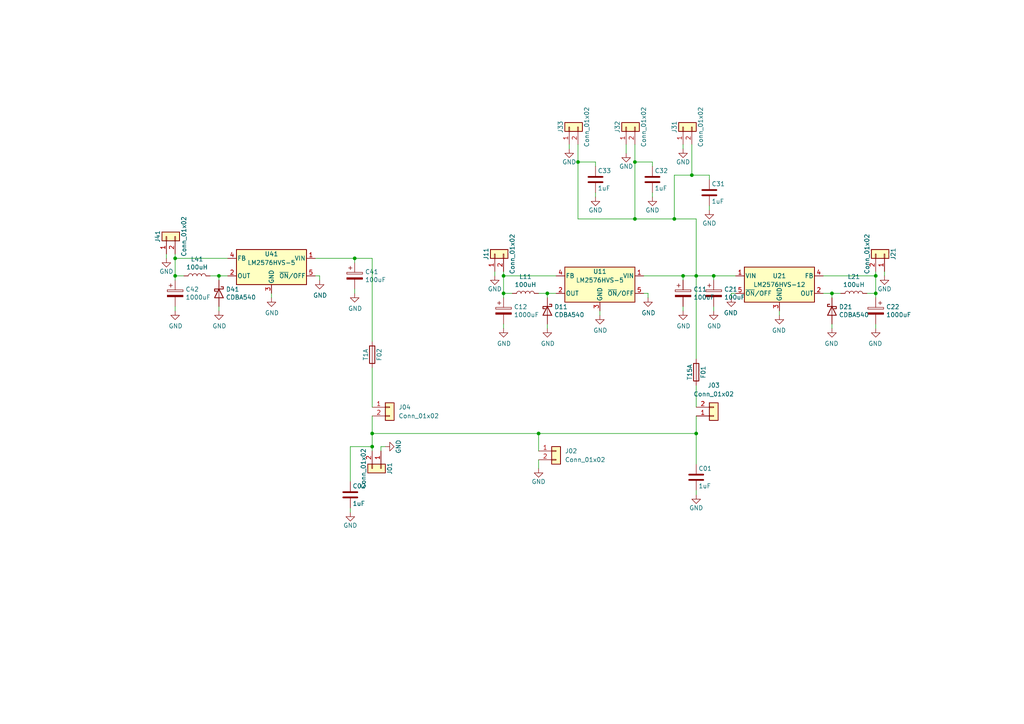
<source format=kicad_sch>
(kicad_sch (version 20211123) (generator eeschema)
  (paper "A4")
  (lib_symbols
    (symbol "Carte_Alim-rescue:Conn_01x02" (pin_names (offset 1.016) hide)
      (property "Reference" "J" (at 0 2.54 0))
      (property "Value" "Conn_01x02" (at 0 -5.08 0))
      (symbol "Conn_01x02_1_1"
        (rectangle (start -1.27 -2.413) (end 0 -2.667) (stroke (width 0.1524)))
        (rectangle (start -1.27 0.127) (end 0 -0.127) (stroke (width 0.1524)))
        (rectangle (start -1.27 1.27) (end 1.27 -3.81) (stroke (width 0.254)) (fill (type background)))
        (pin passive line (at -5.08 0 0) (length 3.81) (name "Pin_1") (number "1"))
        (pin passive line (at -5.08 -2.54 0) (length 3.81) (name "Pin_2") (number "2"))
      )
    )
    (symbol "Device:C" (pin_numbers hide) (pin_names (offset 0.254))
      (property "Reference" "C" (at 0.635 2.54 0))
      (property "Value" "C" (at 0.635 -2.54 0))
      (symbol "C_0_1"
        (polyline (pts (xy -2.032 -0.762) (xy 2.032 -0.762)) (stroke (width 0.508)))
        (polyline (pts (xy -2.032 0.762) (xy 2.032 0.762)) (stroke (width 0.508)))
      )
      (symbol "C_1_1"
        (pin passive line (at 0 3.81 270) (length 2.794) (name "~") (number "1"))
        (pin passive line (at 0 -3.81 90) (length 2.794) (name "~") (number "2"))
      )
    )
    (symbol "Device:CP" (pin_numbers hide) (pin_names (offset 0.254))
      (property "Reference" "C" (at 0.635 2.54 0))
      (property "Value" "Device_CP" (at 0.635 -2.54 0))
      (symbol "CP_0_1"
        (rectangle (start -2.286 0.508) (end 2.286 1.016))
        (polyline (pts (xy -1.778 2.286) (xy -0.762 2.286)))
        (polyline (pts (xy -1.27 2.794) (xy -1.27 1.778)))
        (rectangle (start 2.286 -0.508) (end -2.286 -1.016) (fill (type outline)))
      )
      (symbol "CP_1_1"
        (pin passive line (at 0 3.81 270) (length 2.794) (name "~") (number "1"))
        (pin passive line (at 0 -3.81 90) (length 2.794) (name "~") (number "2"))
      )
    )
    (symbol "Device:D_Schottky" (pin_numbers hide) (pin_names (offset 1.016) hide)
      (property "Reference" "D" (at 0 2.54 0))
      (property "Value" "D_Schottky" (at 0 -2.54 0))
      (symbol "D_Schottky_0_1"
        (polyline (pts (xy 1.27 0) (xy -1.27 0)))
        (polyline (pts (xy 1.27 1.27) (xy 1.27 -1.27) (xy -1.27 0) (xy 1.27 1.27)) (stroke (width 0.254)))
        (polyline (pts (xy -1.905 0.635) (xy -1.905 1.27) (xy -1.27 1.27) (xy -1.27 -1.27) (xy -0.635 -1.27) (xy -0.635 -0.635)) (stroke (width 0.254)))
      )
      (symbol "D_Schottky_1_1"
        (pin passive line (at -3.81 0 0) (length 2.54) (name "K") (number "1"))
        (pin passive line (at 3.81 0 180) (length 2.54) (name "A") (number "2"))
      )
    )
    (symbol "Device:Fuse" (pin_numbers hide) (pin_names (offset 0))
      (property "Reference" "F" (at 2.032 0 90))
      (property "Value" "Fuse" (at -1.905 0 90))
      (symbol "Fuse_0_1"
        (rectangle (start -0.762 -2.54) (end 0.762 2.54) (stroke (width 0.254)))
        (polyline (pts (xy 0 2.54) (xy 0 -2.54)))
      )
      (symbol "Fuse_1_1"
        (pin passive line (at 0 3.81 270) (length 1.27) (name "~") (number "1"))
        (pin passive line (at 0 -3.81 90) (length 1.27) (name "~") (number "2"))
      )
    )
    (symbol "Device:L" (pin_numbers hide) (pin_names (offset 1.016) hide)
      (property "Reference" "L" (at -1.27 0 90))
      (property "Value" "L" (at 1.905 0 90))
      (symbol "L_0_1"
        (arc (start 0 -2.54) (mid 0.635 -1.905) (end 0 -1.27))
        (arc (start 0 -1.27) (mid 0.635 -0.635) (end 0 0))
        (arc (start 0 0) (mid 0.635 0.635) (end 0 1.27))
        (arc (start 0 1.27) (mid 0.635 1.905) (end 0 2.54))
      )
      (symbol "L_1_1"
        (pin passive line (at 0 3.81 270) (length 1.27) (name "1") (number "1"))
        (pin passive line (at 0 -3.81 90) (length 1.27) (name "2") (number "2"))
      )
    )
    (symbol "Regulator_Switching:LM2576HVS-5" (pin_names (offset 0.254))
      (property "Reference" "U" (at -10.16 6.35 0))
      (property "Value" "LM2576HVS-5" (at 0 6.35 0))
      (symbol "LM2576HVS-5_0_1"
        (rectangle (start -10.16 5.08) (end 10.16 -5.08) (stroke (width 0.254)) (fill (type background)))
      )
      (symbol "LM2576HVS-5_1_1"
        (pin power_in line (at -12.7 2.54 0) (length 2.54) (name "VIN") (number "1"))
        (pin output line (at 12.7 -2.54 180) (length 2.54) (name "OUT") (number "2"))
        (pin power_in line (at 0 -7.62 90) (length 2.54) (name "GND") (number "3"))
        (pin input line (at 12.7 2.54 180) (length 2.54) (name "FB") (number "4"))
        (pin input line (at -12.7 -2.54 0) (length 2.54) (name "~{ON}/OFF") (number "5"))
      )
    )
    (symbol "power:GND" (power) (pin_names (offset 0))
      (property "Value" "GND" (at 0 -3.81 0))
      (symbol "GND_0_1"
        (polyline (pts (xy 0 0) (xy 0 -1.27) (xy 1.27 -1.27) (xy 0 -2.54) (xy -1.27 -1.27) (xy 0 -1.27)))
      )
      (symbol "GND_1_1"
        (pin power_in line (at 0 0 270) (length 0) hide (name "GND") (number "1"))
      )
    )
  )
  (junction (at 102.87 74.93))
  (junction (at 50.8 80.01))
  (junction (at 167.64 46.99))
  (junction (at 107.95 125.73))
  (junction (at 107.95 129.54))
  (junction (at 207.01 80.01))
  (junction (at 241.3 85.09))
  (junction (at 50.8 74.93))
  (junction (at 146.05 85.09))
  (junction (at 156.21 125.73))
  (junction (at 158.75 85.09))
  (junction (at 184.15 63.5))
  (junction (at 63.5 80.01))
  (junction (at 198.12 80.01))
  (junction (at 201.93 80.01))
  (junction (at 200.66 50.8))
  (junction (at 146.05 80.01))
  (junction (at 201.93 125.73))
  (junction (at 254 85.09))
  (junction (at 184.15 46.99))
  (junction (at 254 80.01))
  (junction (at 195.58 63.5))
  (no_connect (at 182.88 386.08))
  (wire (pts (xy 146.05 86.36) (xy 146.05 85.09)))
  (wire (pts (xy 101.6 139.7) (xy 101.6 129.54)))
  (wire (pts (xy 195.58 50.8) (xy 200.66 50.8)))
  (wire (pts (xy 198.12 88.9) (xy 198.12 90.17)))
  (wire (pts (xy 254 86.36) (xy 254 85.09)))
  (wire (pts (xy 195.58 63.5) (xy 195.58 50.8)))
  (wire (pts (xy 158.75 85.09) (xy 158.75 86.36)))
  (wire (pts (xy 50.8 73.66) (xy 50.8 74.93)))
  (wire (pts (xy 184.15 63.5) (xy 195.58 63.5)))
  (wire (pts (xy 238.76 80.01) (xy 254 80.01)))
  (wire (pts (xy 167.64 41.91) (xy 167.64 46.99)))
  (wire (pts (xy 50.8 88.9) (xy 50.8 90.17)))
  (wire (pts (xy 172.72 46.99) (xy 167.64 46.99)))
  (wire (pts (xy 181.61 41.91) (xy 181.61 44.45)))
  (wire (pts (xy 241.3 85.09) (xy 241.3 86.36)))
  (wire (pts (xy 186.69 80.01) (xy 198.12 80.01)))
  (wire (pts (xy 156.21 125.73) (xy 156.21 130.81)))
  (wire (pts (xy 205.74 60.96) (xy 205.74 59.69)))
  (wire (pts (xy 50.8 74.93) (xy 66.04 74.93)))
  (wire (pts (xy 207.01 81.28) (xy 207.01 80.01)))
  (wire (pts (xy 110.49 130.81) (xy 110.49 129.54)))
  (wire (pts (xy 251.46 85.09) (xy 254 85.09)))
  (wire (pts (xy 146.05 78.74) (xy 146.05 80.01)))
  (wire (pts (xy 167.64 63.5) (xy 184.15 63.5)))
  (wire (pts (xy 165.1 41.91) (xy 165.1 43.18)))
  (wire (pts (xy 207.01 88.9) (xy 207.01 90.17)))
  (wire (pts (xy 91.44 74.93) (xy 102.87 74.93)))
  (wire (pts (xy 241.3 85.09) (xy 243.84 85.09)))
  (wire (pts (xy 172.72 55.88) (xy 172.72 57.15)))
  (wire (pts (xy 201.93 80.01) (xy 201.93 104.14)))
  (wire (pts (xy 198.12 81.28) (xy 198.12 80.01)))
  (wire (pts (xy 101.6 148.59) (xy 101.6 147.32)))
  (wire (pts (xy 213.36 85.09) (xy 212.09 85.09)))
  (wire (pts (xy 241.3 93.98) (xy 241.3 95.25)))
  (wire (pts (xy 201.93 125.73) (xy 201.93 134.62)))
  (wire (pts (xy 50.8 81.28) (xy 50.8 80.01)))
  (wire (pts (xy 63.5 80.01) (xy 60.96 80.01)))
  (wire (pts (xy 107.95 120.65) (xy 107.95 125.73)))
  (wire (pts (xy 189.23 55.88) (xy 189.23 57.15)))
  (wire (pts (xy 189.23 48.26) (xy 189.23 46.99)))
  (wire (pts (xy 48.26 73.66) (xy 48.26 74.93)))
  (wire (pts (xy 101.6 129.54) (xy 107.95 129.54)))
  (wire (pts (xy 107.95 125.73) (xy 156.21 125.73)))
  (wire (pts (xy 161.29 85.09) (xy 158.75 85.09)))
  (wire (pts (xy 198.12 41.91) (xy 198.12 43.18)))
  (wire (pts (xy 201.93 125.73) (xy 201.93 120.65)))
  (wire (pts (xy 143.51 78.74) (xy 143.51 80.01)))
  (wire (pts (xy 238.76 85.09) (xy 241.3 85.09)))
  (wire (pts (xy 167.64 46.99) (xy 167.64 63.5)))
  (wire (pts (xy 148.59 85.09) (xy 146.05 85.09)))
  (wire (pts (xy 91.44 80.01) (xy 92.71 80.01)))
  (wire (pts (xy 212.09 85.09) (xy 212.09 86.36)))
  (wire (pts (xy 205.74 50.8) (xy 205.74 52.07)))
  (wire (pts (xy 173.99 90.17) (xy 173.99 91.44)))
  (wire (pts (xy 184.15 46.99) (xy 184.15 63.5)))
  (wire (pts (xy 256.54 78.74) (xy 256.54 80.01)))
  (wire (pts (xy 63.5 80.01) (xy 63.5 81.28)))
  (wire (pts (xy 156.21 133.35) (xy 156.21 135.89)))
  (wire (pts (xy 187.96 85.09) (xy 187.96 86.36)))
  (wire (pts (xy 156.21 125.73) (xy 201.93 125.73)))
  (wire (pts (xy 158.75 93.98) (xy 158.75 95.25)))
  (wire (pts (xy 200.66 50.8) (xy 200.66 41.91)))
  (wire (pts (xy 66.04 80.01) (xy 63.5 80.01)))
  (wire (pts (xy 172.72 48.26) (xy 172.72 46.99)))
  (wire (pts (xy 53.34 80.01) (xy 50.8 80.01)))
  (wire (pts (xy 201.93 63.5) (xy 201.93 80.01)))
  (wire (pts (xy 146.05 85.09) (xy 146.05 80.01)))
  (wire (pts (xy 158.75 85.09) (xy 156.21 85.09)))
  (wire (pts (xy 92.71 80.01) (xy 92.71 81.28)))
  (wire (pts (xy 107.95 125.73) (xy 107.95 129.54)))
  (wire (pts (xy 107.95 74.93) (xy 102.87 74.93)))
  (wire (pts (xy 186.69 85.09) (xy 187.96 85.09)))
  (wire (pts (xy 201.93 143.51) (xy 201.93 142.24)))
  (wire (pts (xy 198.12 80.01) (xy 201.93 80.01)))
  (wire (pts (xy 254 93.98) (xy 254 95.25)))
  (wire (pts (xy 102.87 74.93) (xy 102.87 76.2)))
  (wire (pts (xy 213.36 80.01) (xy 207.01 80.01)))
  (wire (pts (xy 111.76 129.54) (xy 110.49 129.54)))
  (wire (pts (xy 146.05 80.01) (xy 161.29 80.01)))
  (wire (pts (xy 107.95 74.93) (xy 107.95 99.06)))
  (wire (pts (xy 201.93 111.76) (xy 201.93 118.11)))
  (wire (pts (xy 50.8 80.01) (xy 50.8 74.93)))
  (wire (pts (xy 195.58 63.5) (xy 201.93 63.5)))
  (wire (pts (xy 254 78.74) (xy 254 80.01)))
  (wire (pts (xy 184.15 41.91) (xy 184.15 46.99)))
  (wire (pts (xy 226.06 90.17) (xy 226.06 91.44)))
  (wire (pts (xy 63.5 88.9) (xy 63.5 90.17)))
  (wire (pts (xy 107.95 106.68) (xy 107.95 118.11)))
  (wire (pts (xy 200.66 50.8) (xy 205.74 50.8)))
  (wire (pts (xy 107.95 129.54) (xy 107.95 130.81)))
  (wire (pts (xy 254 85.09) (xy 254 80.01)))
  (wire (pts (xy 78.74 85.09) (xy 78.74 86.36)))
  (wire (pts (xy 146.05 93.98) (xy 146.05 95.25)))
  (wire (pts (xy 189.23 46.99) (xy 184.15 46.99)))
  (wire (pts (xy 102.87 83.82) (xy 102.87 85.09)))
  (wire (pts (xy 207.01 80.01) (xy 201.93 80.01)))
  (symbol (lib_id "Device:Fuse") (at 201.93 107.95 0) (unit 1)
    (property "Reference" "F01" (at 203.962 107.95 90))
    (property "Value" "T15A" (at 200.025 107.95 90))
    (property "Footprint" "Fuse:Fuseholder_Littelfuse_100_series_5x20mm" (effects hide))
  )
  (symbol (lib_id "power:GND") (at 165.1 43.18 0) (unit 1)
    (property "Reference" "#PWR02" (effects hide))
    (property "Value" "GND" (at 165.1 46.99 0))
  )
  (symbol (lib_id "power:GND") (at 198.12 43.18 0) (unit 1)
    (property "Reference" "#PWR03" (effects hide))
    (property "Value" "GND" (at 198.12 46.99 0))
  )
  (symbol (lib_id "power:GND") (at 181.61 44.45 0) (unit 1)
    (property "Reference" "#PWR07" (effects hide))
    (property "Value" "GND" (at 181.61 48.26 0))
  )
  (symbol (lib_id "power:GND") (at 256.54 80.01 0) (unit 1)
    (property "Reference" "#PWR013" (effects hide))
    (property "Value" "GND" (at 256.54 83.82 0))
  )
  (symbol (lib_id "Carte_Alim-rescue:Conn_01x02") (at 165.1 36.83 90) (unit 1)
    (property "Reference" "J33" (at 162.56 36.83 0))
    (property "Value" "Conn_01x02" (at 170.18 36.83 0))
    (property "Footprint" "Connector_Molex:Molex_KK-396_A-41791-0002_1x02_P3.96mm_Vertical" (effects hide))
  )
  (symbol (lib_id "Carte_Alim-rescue:Conn_01x02") (at 181.61 36.83 90) (unit 1)
    (property "Reference" "J32" (at 179.07 36.83 0))
    (property "Value" "Conn_01x02" (at 186.69 36.83 0))
    (property "Footprint" "Connector_Molex:Molex_KK-396_A-41791-0002_1x02_P3.96mm_Vertical" (effects hide))
  )
  (symbol (lib_id "Carte_Alim-rescue:Conn_01x02") (at 198.12 36.83 90) (unit 1)
    (property "Reference" "J31" (at 195.58 36.83 0))
    (property "Value" "Conn_01x02" (at 203.2 36.83 0))
    (property "Footprint" "Connector_Molex:Molex_KK-396_A-41791-0002_1x02_P3.96mm_Vertical" (effects hide))
  )
  (symbol (lib_id "Carte_Alim-rescue:Conn_01x02") (at 256.54 73.66 270) (mirror x) (unit 1)
    (property "Reference" "J21" (at 259.08 73.66 0))
    (property "Value" "Conn_01x02" (at 251.46 73.66 0))
    (property "Footprint" "Connector_Molex:Molex_KK-396_A-41791-0002_1x02_P3.96mm_Vertical" (effects hide))
  )
  (symbol (lib_id "Device:C") (at 201.93 138.43 0) (unit 1)
    (property "Reference" "C01" (at 202.565 135.89 0) (effects (justify left)))
    (property "Value" "1uF" (at 202.565 140.97 0) (effects (justify left)))
    (property "Footprint" "Capacitor_SMD:C_1206_3216Metric_Pad1.33x1.80mm_HandSolder" (effects hide))
  )
  (symbol (lib_id "power:GND") (at 201.93 143.51 0) (unit 1)
    (property "Reference" "#PWR016" (effects hide))
    (property "Value" "GND" (at 201.93 147.32 0))
  )
  (symbol (lib_id "Device:C") (at 205.74 55.88 0) (unit 1)
    (property "Reference" "C31" (at 206.375 53.34 0) (effects (justify left)))
    (property "Value" "1uF" (at 206.375 58.42 0) (effects (justify left)))
    (property "Footprint" "Capacitor_SMD:C_1206_3216Metric_Pad1.33x1.80mm_HandSolder" (effects hide))
  )
  (symbol (lib_id "power:GND") (at 205.74 60.96 0) (unit 1)
    (property "Reference" "#PWR019" (effects hide))
    (property "Value" "GND" (at 205.74 64.77 0))
  )
  (symbol (lib_id "Device:C") (at 172.72 52.07 0) (unit 1)
    (property "Reference" "C33" (at 173.355 49.53 0) (effects (justify left)))
    (property "Value" "1uF" (at 173.355 54.61 0) (effects (justify left)))
    (property "Footprint" "Capacitor_SMD:C_1206_3216Metric_Pad1.33x1.80mm_HandSolder" (effects hide))
  )
  (symbol (lib_id "power:GND") (at 172.72 57.15 0) (unit 1)
    (property "Reference" "#PWR021" (effects hide))
    (property "Value" "GND" (at 172.72 60.96 0))
  )
  (symbol (lib_id "Regulator_Switching:LM2576HVS-5") (at 173.99 82.55 0) (mirror y) (unit 1)
    (property "Reference" "U11" (at 173.99 78.74 0))
    (property "Value" "LM2576HVS-5" (at 173.99 81.28 0))
    (property "Footprint" "Package_TO_SOT_THT:TO-220F-5_Horizontal_TabDown" (effects hide))
    (property "Datasheet" "http://www.ti.com/lit/ds/symlink/lm2576.pdf" (effects hide))
  )
  (symbol (lib_id "Device:CP") (at 198.12 85.09 0) (unit 1)
    (property "Reference" "C11" (at 201.1172 83.9216 0) (effects (justify left)))
    (property "Value" "100uF" (at 201.1172 86.233 0) (effects (justify left)))
    (property "Footprint" "Capacitor_SMD:CP_Elec_6.3x3.9" (effects hide))
  )
  (symbol (lib_id "power:GND") (at 198.12 90.17 0) (unit 1)
    (property "Reference" "#PWR0101" (effects hide))
    (property "Value" "GND" (at 198.247 94.5642 0))
  )
  (symbol (lib_id "power:GND") (at 187.96 86.36 0) (unit 1)
    (property "Reference" "#PWR0102" (effects hide))
    (property "Value" "GND" (at 188.087 90.7542 0))
  )
  (symbol (lib_id "power:GND") (at 173.99 91.44 0) (unit 1)
    (property "Reference" "#PWR0103" (effects hide))
    (property "Value" "GND" (at 174.117 95.8342 0))
  )
  (symbol (lib_id "Device:D_Schottky") (at 158.75 90.17 270) (unit 1)
    (property "Reference" "D11" (at 160.7566 89.0016 90) (effects (justify left)))
    (property "Value" "CDBA540" (at 160.7566 91.313 90) (effects (justify left)))
    (property "Footprint" "Diode_SMD:D_SMA" (effects hide))
  )
  (symbol (lib_id "Device:L") (at 152.4 85.09 90) (unit 1)
    (property "Reference" "L11" (at 152.4 80.264 90))
    (property "Value" "100uH" (at 152.4 82.5754 90))
    (property "Footprint" "Inductor_SMD:L_Wuerth_WE-PD-Typ-LS" (effects hide))
  )
  (symbol (lib_id "Device:CP") (at 146.05 90.17 0) (unit 1)
    (property "Reference" "C12" (at 149.0472 89.0016 0) (effects (justify left)))
    (property "Value" "1000uF" (at 149.0472 91.313 0) (effects (justify left)))
    (property "Footprint" "Capacitor_THT:CP_Radial_D10.0mm_P5.00mm" (effects hide))
  )
  (symbol (lib_id "power:GND") (at 158.75 95.25 0) (unit 1)
    (property "Reference" "#PWR0104" (effects hide))
    (property "Value" "GND" (at 158.877 99.6442 0))
  )
  (symbol (lib_id "power:GND") (at 146.05 95.25 0) (unit 1)
    (property "Reference" "#PWR0105" (effects hide))
    (property "Value" "GND" (at 146.177 99.6442 0))
  )
  (symbol (lib_id "Carte_Alim-rescue:Conn_01x02") (at 143.51 73.66 90) (unit 1)
    (property "Reference" "J11" (at 140.97 73.66 0))
    (property "Value" "Conn_01x02" (at 148.59 73.66 0))
    (property "Footprint" "Connector_Molex:Molex_KK-396_A-41791-0002_1x02_P3.96mm_Vertical" (effects hide))
  )
  (symbol (lib_id "Regulator_Switching:LM2576HVS-5") (at 226.06 82.55 0) (unit 1)
    (property "Reference" "U21" (at 226.06 80.01 0))
    (property "Value" "LM2576HVS-12" (at 226.06 82.55 0))
    (property "Footprint" "Package_TO_SOT_THT:TO-220F-5_Horizontal_TabDown" (effects hide))
    (property "Datasheet" "http://www.ti.com/lit/ds/symlink/lm2576.pdf" (effects hide))
  )
  (symbol (lib_id "power:GND") (at 212.09 86.36 0) (mirror y) (unit 1)
    (property "Reference" "#PWR0106" (effects hide))
    (property "Value" "GND" (at 211.963 90.7542 0))
  )
  (symbol (lib_id "power:GND") (at 226.06 91.44 0) (mirror y) (unit 1)
    (property "Reference" "#PWR0107" (effects hide))
    (property "Value" "GND" (at 225.933 95.8342 0))
  )
  (symbol (lib_id "Device:D_Schottky") (at 241.3 90.17 90) (mirror x) (unit 1)
    (property "Reference" "D21" (at 243.3066 89.0016 90) (effects (justify right)))
    (property "Value" "CDBA540" (at 243.3066 91.313 90) (effects (justify right)))
    (property "Footprint" "Diode_SMD:D_SMA" (effects hide))
  )
  (symbol (lib_id "Device:L") (at 247.65 85.09 270) (mirror x) (unit 1)
    (property "Reference" "L21" (at 247.65 80.264 90))
    (property "Value" "100uH" (at 247.65 82.5754 90))
    (property "Footprint" "Inductor_SMD:L_Wuerth_WE-PD-Typ-LS" (effects hide))
  )
  (symbol (lib_id "Device:CP") (at 254 90.17 0) (mirror y) (unit 1)
    (property "Reference" "C22" (at 256.9972 89.0016 0) (effects (justify right)))
    (property "Value" "1000uF" (at 256.9972 91.313 0) (effects (justify right)))
    (property "Footprint" "Capacitor_THT:CP_Radial_D10.0mm_P5.00mm" (effects hide))
  )
  (symbol (lib_id "power:GND") (at 241.3 95.25 0) (mirror y) (unit 1)
    (property "Reference" "#PWR0108" (effects hide))
    (property "Value" "GND" (at 241.173 99.6442 0))
  )
  (symbol (lib_id "power:GND") (at 254 95.25 0) (mirror y) (unit 1)
    (property "Reference" "#PWR0109" (effects hide))
    (property "Value" "GND" (at 253.873 99.6442 0))
  )
  (symbol (lib_id "power:GND") (at 143.51 80.01 0) (unit 1)
    (property "Reference" "#PWR0110" (effects hide))
    (property "Value" "GND" (at 143.51 83.82 0))
  )
  (symbol (lib_id "Device:CP") (at 207.01 85.09 0) (unit 1)
    (property "Reference" "C21" (at 210.0072 83.9216 0) (effects (justify left)))
    (property "Value" "100uF" (at 210.0072 86.233 0) (effects (justify left)))
    (property "Footprint" "Capacitor_SMD:CP_Elec_6.3x3.9" (effects hide))
  )
  (symbol (lib_id "power:GND") (at 207.01 90.17 0) (unit 1)
    (property "Reference" "#PWR0111" (effects hide))
    (property "Value" "GND" (at 207.137 94.5642 0))
  )
  (symbol (lib_id "power:GND") (at 111.76 129.54 90) (unit 1)
    (property "Reference" "#PWR0112" (effects hide))
    (property "Value" "GND" (at 115.57 129.54 0))
  )
  (symbol (lib_id "Carte_Alim-rescue:Conn_01x02") (at 110.49 135.89 270) (unit 1)
    (property "Reference" "J01" (at 113.03 135.89 0))
    (property "Value" "Conn_01x02" (at 105.41 135.89 0))
    (property "Footprint" "Connector_Molex:Molex_KK-396_A-41791-0002_1x02_P3.96mm_Vertical" (effects hide))
  )
  (symbol (lib_id "Device:C") (at 101.6 143.51 0) (unit 1)
    (property "Reference" "C02" (at 102.235 140.97 0) (effects (justify left)))
    (property "Value" "1uF" (at 102.235 146.05 0) (effects (justify left)))
    (property "Footprint" "Capacitor_SMD:C_1206_3216Metric_Pad1.33x1.80mm_HandSolder" (effects hide))
  )
  (symbol (lib_id "power:GND") (at 101.6 148.59 0) (unit 1)
    (property "Reference" "#PWR0113" (effects hide))
    (property "Value" "GND" (at 101.6 152.4 0))
  )
  (symbol (lib_id "Regulator_Switching:LM2576HVS-5") (at 78.74 77.47 0) (mirror y) (unit 1)
    (property "Reference" "U41" (at 78.74 73.66 0))
    (property "Value" "LM2576HVS-5" (at 78.74 76.2 0))
    (property "Footprint" "Package_TO_SOT_THT:TO-220F-5_Horizontal_TabDown" (effects hide))
    (property "Datasheet" "http://www.ti.com/lit/ds/symlink/lm2576.pdf" (effects hide))
  )
  (symbol (lib_id "Device:CP") (at 102.87 80.01 0) (unit 1)
    (property "Reference" "C41" (at 105.8672 78.8416 0) (effects (justify left)))
    (property "Value" "100uF" (at 105.8672 81.153 0) (effects (justify left)))
    (property "Footprint" "Capacitor_SMD:CP_Elec_6.3x3.9" (effects hide))
  )
  (symbol (lib_id "power:GND") (at 102.87 85.09 0) (unit 1)
    (property "Reference" "#PWR0114" (effects hide))
    (property "Value" "GND" (at 102.997 89.4842 0))
  )
  (symbol (lib_id "power:GND") (at 92.71 81.28 0) (unit 1)
    (property "Reference" "#PWR0115" (effects hide))
    (property "Value" "GND" (at 92.837 85.6742 0))
  )
  (symbol (lib_id "power:GND") (at 78.74 86.36 0) (unit 1)
    (property "Reference" "#PWR0116" (effects hide))
    (property "Value" "GND" (at 78.867 90.7542 0))
  )
  (symbol (lib_id "Device:D_Schottky") (at 63.5 85.09 270) (unit 1)
    (property "Reference" "D41" (at 65.5066 83.9216 90) (effects (justify left)))
    (property "Value" "CDBA540" (at 65.5066 86.233 90) (effects (justify left)))
    (property "Footprint" "Diode_SMD:D_SMA" (effects hide))
  )
  (symbol (lib_id "Device:L") (at 57.15 80.01 90) (unit 1)
    (property "Reference" "L41" (at 57.15 75.184 90))
    (property "Value" "100uH" (at 57.15 77.4954 90))
    (property "Footprint" "Inductor_SMD:L_Wuerth_WE-PD-Typ-LS" (effects hide))
  )
  (symbol (lib_id "Device:CP") (at 50.8 85.09 0) (unit 1)
    (property "Reference" "C42" (at 53.7972 83.9216 0) (effects (justify left)))
    (property "Value" "1000uF" (at 53.7972 86.233 0) (effects (justify left)))
    (property "Footprint" "Capacitor_THT:CP_Radial_D10.0mm_P5.00mm" (effects hide))
  )
  (symbol (lib_id "power:GND") (at 63.5 90.17 0) (unit 1)
    (property "Reference" "#PWR0117" (effects hide))
    (property "Value" "GND" (at 63.627 94.5642 0))
  )
  (symbol (lib_id "power:GND") (at 50.8 90.17 0) (unit 1)
    (property "Reference" "#PWR0118" (effects hide))
    (property "Value" "GND" (at 50.927 94.5642 0))
  )
  (symbol (lib_id "Carte_Alim-rescue:Conn_01x02") (at 48.26 68.58 90) (unit 1)
    (property "Reference" "J41" (at 45.72 68.58 0))
    (property "Value" "Conn_01x02" (at 53.34 68.58 0))
    (property "Footprint" "Connector_Molex:Molex_KK-396_A-41791-0002_1x02_P3.96mm_Vertical" (effects hide))
  )
  (symbol (lib_id "power:GND") (at 48.26 74.93 0) (unit 1)
    (property "Reference" "#PWR0119" (effects hide))
    (property "Value" "GND" (at 48.26 78.74 0))
  )
  (symbol (lib_id "Device:Fuse") (at 107.95 102.87 0) (unit 1)
    (property "Reference" "F02" (at 109.982 102.87 90))
    (property "Value" "T1A" (at 106.045 102.87 90))
    (property "Footprint" "Fuse:Fuseholder_Littelfuse_100_series_5x20mm" (effects hide))
  )
  (symbol (lib_id "Device:C") (at 189.23 52.07 0) (unit 1)
    (property "Reference" "C32" (at 189.865 49.53 0) (effects (justify left)))
    (property "Value" "1uF" (at 189.865 54.61 0) (effects (justify left)))
    (property "Footprint" "Capacitor_SMD:C_1206_3216Metric_Pad1.33x1.80mm_HandSolder" (effects hide))
  )
  (symbol (lib_id "power:GND") (at 189.23 57.15 0) (unit 1)
    (property "Reference" "#PWR0120" (effects hide))
    (property "Value" "GND" (at 189.23 60.96 0))
  )
  (symbol (lib_id "Carte_Alim-rescue:Conn_01x02") (at 207.01 120.65 0) (mirror x) (unit 1)
    (property "Reference" "J03" (at 207.01 111.76 0))
    (property "Value" "Conn_01x02" (at 207.01 114.3 0))
    (property "Footprint" "Connector_Molex:Molex_KK-396_A-41791-0002_1x02_P3.96mm_Vertical" (effects hide))
  )
  (symbol (lib_id "Carte_Alim-rescue:Conn_01x02") (at 161.29 130.81 0) (unit 1)
    (property "Reference" "J02" (at 163.83 130.8099 0) (effects (justify left)))
    (property "Value" "Conn_01x02" (at 163.83 133.3499 0) (effects (justify left)))
    (property "Footprint" "Connector_Molex:Molex_KK-254_AE-6410-02A_1x02_P2.54mm_Vertical" (effects hide))
  )
  (symbol (lib_id "Carte_Alim-rescue:Conn_01x02") (at 113.03 118.11 0) (unit 1)
    (property "Reference" "J04" (at 115.57 118.1099 0) (effects (justify left)))
    (property "Value" "Conn_01x02" (at 115.57 120.6499 0) (effects (justify left)))
    (property "Footprint" "Connector_Molex:Molex_KK-396_A-41791-0002_1x02_P3.96mm_Vertical" (effects hide))
  )
  (symbol (lib_id "power:GND") (at 156.21 135.89 0) (unit 1)
    (property "Reference" "#PWR0121" (effects hide))
    (property "Value" "GND" (at 156.21 139.7 0))
  )
)
</source>
